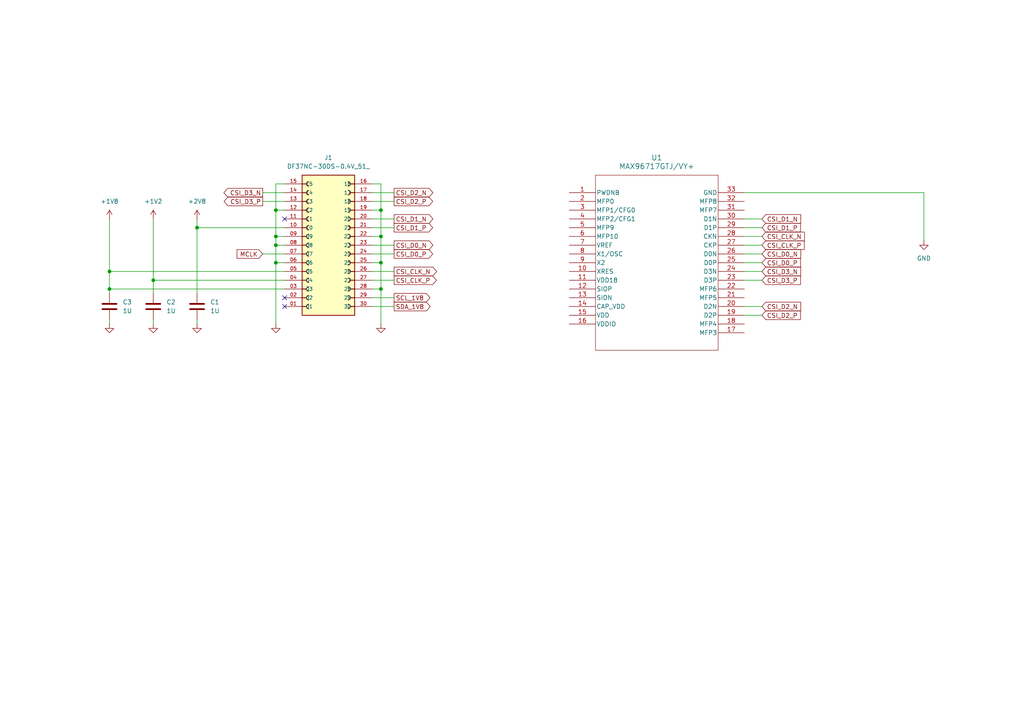
<source format=kicad_sch>
(kicad_sch (version 20231120) (generator "eeschema") (generator_version "8.0")
  (paper "A4")
  (lib_symbols
    (symbol "Device:C" (pin_numbers hide) (pin_names (offset 0.254))
      (property "Reference" "C" (at 0.635 2.54 0))
      (property "Value" "C" (at 0.635 -2.54 0))
      (symbol "C_0_1"
        (polyline (pts (xy -2.032 -0.762) (xy 2.032 -0.762)) (stroke (width 0.508)))
        (polyline (pts (xy -2.032 0.762) (xy 2.032 0.762)) (stroke (width 0.508)))
      )
      (symbol "C_1_1"
        (pin passive line (at 0 3.81 270) (length 2.794) (name "~") (number "1"))
        (pin passive line (at 0 -3.81 90) (length 2.794) (name "~") (number "2"))
      )
    )
    (symbol "power:+1V2" (power) (pin_numbers hide) (pin_names (offset 0) hide)
      (property "Value" "+1V2" (at 0 3.556 0))
      (symbol "+1V2_0_1"
        (polyline (pts (xy -0.762 1.27) (xy 0 2.54)))
        (polyline (pts (xy 0 0) (xy 0 2.54)))
        (polyline (pts (xy 0 2.54) (xy 0.762 1.27)))
      )
      (symbol "+1V2_1_1"
        (pin power_in line (at 0 0 90) (length 0) (name "~") (number "1"))
      )
    )
    (symbol "power:+1V8" (power) (pin_numbers hide) (pin_names (offset 0) hide)
      (property "Value" "+1V8" (at 0 3.556 0))
      (symbol "+1V8_0_1"
        (polyline (pts (xy -0.762 1.27) (xy 0 2.54)))
        (polyline (pts (xy 0 0) (xy 0 2.54)))
        (polyline (pts (xy 0 2.54) (xy 0.762 1.27)))
      )
      (symbol "+1V8_1_1"
        (pin power_in line (at 0 0 90) (length 0) (name "~") (number "1"))
      )
    )
    (symbol "power:+2V8" (power) (pin_numbers hide) (pin_names (offset 0) hide)
      (property "Value" "+2V8" (at 0 3.556 0))
      (symbol "+2V8_0_1"
        (polyline (pts (xy -0.762 1.27) (xy 0 2.54)))
        (polyline (pts (xy 0 0) (xy 0 2.54)))
        (polyline (pts (xy 0 2.54) (xy 0.762 1.27)))
      )
      (symbol "+2V8_1_1"
        (pin power_in line (at 0 0 90) (length 0) (name "~") (number "1"))
      )
    )
    (symbol "power:GND" (power) (pin_numbers hide) (pin_names (offset 0) hide)
      (property "Value" "GND" (at 0 -3.81 0))
      (symbol "GND_0_1"
        (polyline (pts (xy 0 0) (xy 0 -1.27) (xy 1.27 -1.27) (xy 0 -2.54) (xy -1.27 -1.27) (xy 0 -1.27)))
      )
      (symbol "GND_1_1"
        (pin power_in line (at 0 0 270) (length 0) (name "~") (number "1"))
      )
    )
    (symbol "user:DF37NC-30DS-0.4V_51_" (pin_names (offset 1.016))
      (property "Reference" "J" (at -7.62 20.828 0))
      (property "Value" "DF37NC-30DS-0.4V_51_" (at -0.254 -22.86 0))
      (symbol "DF37NC-30DS-0.4V_51__0_0"
        (rectangle (start -7.62 20.32) (end 7.62 -20.32) (stroke (width 0.254)) (fill (type background)))
        (arc (start -5.715 -17.145) (mid -6.3472 -17.78) (end -5.715 -18.415) (stroke (width 0.254)))
        (arc (start -5.715 -14.605) (mid -6.3472 -15.24) (end -5.715 -15.875) (stroke (width 0.254)))
        (arc (start -5.715 -12.065) (mid -6.3472 -12.7) (end -5.715 -13.335) (stroke (width 0.254)))
        (arc (start -5.715 -9.525) (mid -6.3472 -10.16) (end -5.715 -10.795) (stroke (width 0.254)))
        (arc (start -5.715 -6.985) (mid -6.3472 -7.62) (end -5.715 -8.255) (stroke (width 0.254)))
        (arc (start -5.715 -4.445) (mid -6.3472 -5.08) (end -5.715 -5.715) (stroke (width 0.254)))
        (arc (start -5.715 -1.905) (mid -6.3472 -2.54) (end -5.715 -3.175) (stroke (width 0.254)))
        (arc (start -5.715 0.635) (mid -6.3472 0) (end -5.715 -0.635) (stroke (width 0.254)))
        (arc (start -5.715 3.175) (mid -6.3472 2.54) (end -5.715 1.905) (stroke (width 0.254)))
        (arc (start -5.715 5.715) (mid -6.3472 5.08) (end -5.715 4.445) (stroke (width 0.254)))
        (arc (start -5.715 8.255) (mid -6.3472 7.62) (end -5.715 6.985) (stroke (width 0.254)))
        (arc (start -5.715 10.795) (mid -6.3472 10.16) (end -5.715 9.525) (stroke (width 0.254)))
        (arc (start -5.715 13.335) (mid -6.3472 12.7) (end -5.715 12.065) (stroke (width 0.254)))
        (arc (start -5.715 15.875) (mid -6.3472 15.24) (end -5.715 14.605) (stroke (width 0.254)))
        (arc (start -5.715 18.415) (mid -6.3472 17.78) (end -5.715 17.145) (stroke (width 0.254)))
        (polyline (pts (xy -7.62 -17.78) (xy -6.35 -17.78)) (stroke (width 0.254)))
        (polyline (pts (xy -7.62 -15.24) (xy -6.35 -15.24)) (stroke (width 0.254)))
        (polyline (pts (xy -7.62 -12.7) (xy -6.35 -12.7)) (stroke (width 0.254)))
        (polyline (pts (xy -7.62 -10.16) (xy -6.35 -10.16)) (stroke (width 0.254)))
        (polyline (pts (xy -7.62 -7.62) (xy -6.35 -7.62)) (stroke (width 0.254)))
        (polyline (pts (xy -7.62 -5.08) (xy -6.35 -5.08)) (stroke (width 0.254)))
        (polyline (pts (xy -7.62 -2.54) (xy -6.35 -2.54)) (stroke (width 0.254)))
        (polyline (pts (xy -7.62 0) (xy -6.35 0)) (stroke (width 0.254)))
        (polyline (pts (xy -7.62 2.54) (xy -6.35 2.54)) (stroke (width 0.254)))
        (polyline (pts (xy -7.62 5.08) (xy -6.35 5.08)) (stroke (width 0.254)))
        (polyline (pts (xy -7.62 7.62) (xy -6.35 7.62)) (stroke (width 0.254)))
        (polyline (pts (xy -7.62 10.16) (xy -6.35 10.16)) (stroke (width 0.254)))
        (polyline (pts (xy -7.62 12.7) (xy -6.35 12.7)) (stroke (width 0.254)))
        (polyline (pts (xy -7.62 15.24) (xy -6.35 15.24)) (stroke (width 0.254)))
        (polyline (pts (xy -7.62 17.78) (xy -6.35 17.78)) (stroke (width 0.254)))
        (polyline (pts (xy 7.62 -17.78) (xy 6.35 -17.78)) (stroke (width 0.254)))
        (polyline (pts (xy 7.62 -15.24) (xy 6.35 -15.24)) (stroke (width 0.254)))
        (polyline (pts (xy 7.62 -12.7) (xy 6.35 -12.7)) (stroke (width 0.254)))
        (polyline (pts (xy 7.62 -10.16) (xy 6.35 -10.16)) (stroke (width 0.254)))
        (polyline (pts (xy 7.62 -7.62) (xy 6.35 -7.62)) (stroke (width 0.254)))
        (polyline (pts (xy 7.62 -5.08) (xy 6.35 -5.08)) (stroke (width 0.254)))
        (polyline (pts (xy 7.62 -2.54) (xy 6.35 -2.54)) (stroke (width 0.254)))
        (polyline (pts (xy 7.62 0) (xy 6.35 0)) (stroke (width 0.254)))
        (polyline (pts (xy 7.62 2.54) (xy 6.35 2.54)) (stroke (width 0.254)))
        (polyline (pts (xy 7.62 5.08) (xy 6.35 5.08)) (stroke (width 0.254)))
        (polyline (pts (xy 7.62 7.62) (xy 6.35 7.62)) (stroke (width 0.254)))
        (polyline (pts (xy 7.62 10.16) (xy 6.35 10.16)) (stroke (width 0.254)))
        (polyline (pts (xy 7.62 12.7) (xy 6.35 12.7)) (stroke (width 0.254)))
        (polyline (pts (xy 7.62 15.24) (xy 6.35 15.24)) (stroke (width 0.254)))
        (polyline (pts (xy 7.62 17.78) (xy 6.35 17.78)) (stroke (width 0.254)))
        (arc (start 5.715 -18.415) (mid 6.3472 -17.78) (end 5.715 -17.145) (stroke (width 0.254)))
        (arc (start 5.715 -15.875) (mid 6.3472 -15.24) (end 5.715 -14.605) (stroke (width 0.254)))
        (arc (start 5.715 -13.335) (mid 6.3472 -12.7) (end 5.715 -12.065) (stroke (width 0.254)))
        (arc (start 5.715 -10.795) (mid 6.3472 -10.16) (end 5.715 -9.525) (stroke (width 0.254)))
        (arc (start 5.715 -8.255) (mid 6.3472 -7.62) (end 5.715 -6.985) (stroke (width 0.254)))
        (arc (start 5.715 -5.715) (mid 6.3472 -5.08) (end 5.715 -4.445) (stroke (width 0.254)))
        (arc (start 5.715 -3.175) (mid 6.3472 -2.54) (end 5.715 -1.905) (stroke (width 0.254)))
        (arc (start 5.715 -0.635) (mid 6.3472 0) (end 5.715 0.635) (stroke (width 0.254)))
        (arc (start 5.715 1.905) (mid 6.3472 2.54) (end 5.715 3.175) (stroke (width 0.254)))
        (arc (start 5.715 4.445) (mid 6.3472 5.08) (end 5.715 5.715) (stroke (width 0.254)))
        (arc (start 5.715 6.985) (mid 6.3472 7.62) (end 5.715 8.255) (stroke (width 0.254)))
        (arc (start 5.715 9.525) (mid 6.3472 10.16) (end 5.715 10.795) (stroke (width 0.254)))
        (arc (start 5.715 12.065) (mid 6.3472 12.7) (end 5.715 13.335) (stroke (width 0.254)))
        (arc (start 5.715 14.605) (mid 6.3472 15.24) (end 5.715 15.875) (stroke (width 0.254)))
        (arc (start 5.715 17.145) (mid 6.3472 17.78) (end 5.715 18.415) (stroke (width 0.254)))
        (pin passive line (at -12.7 -17.78 0) (length 5.08) (name "01") (number "01"))
        (pin passive line (at -12.7 -15.24 0) (length 5.08) (name "02") (number "02"))
        (pin passive line (at -12.7 -12.7 0) (length 5.08) (name "03") (number "03"))
        (pin passive line (at -12.7 -10.16 0) (length 5.08) (name "04") (number "04"))
        (pin passive line (at -12.7 -7.62 0) (length 5.08) (name "05") (number "05"))
        (pin passive line (at -12.7 -5.08 0) (length 5.08) (name "06") (number "06"))
        (pin passive line (at -12.7 -2.54 0) (length 5.08) (name "07") (number "07"))
        (pin passive line (at -12.7 0 0) (length 5.08) (name "08") (number "08"))
        (pin passive line (at -12.7 5.08 0) (length 5.08) (name "10") (number "10"))
        (pin passive line (at -12.7 7.62 0) (length 5.08) (name "11") (number "11"))
        (pin passive line (at -12.7 10.16 0) (length 5.08) (name "12") (number "12"))
        (pin passive line (at -12.7 12.7 0) (length 5.08) (name "13") (number "13"))
        (pin passive line (at -12.7 15.24 0) (length 5.08) (name "14") (number "14"))
        (pin passive line (at -12.7 17.78 0) (length 5.08) (name "15") (number "15"))
        (pin passive line (at 12.7 17.78 180) (length 5.08) (name "16") (number "16"))
        (pin passive line (at 12.7 15.24 180) (length 5.08) (name "17") (number "17"))
        (pin passive line (at 12.7 12.7 180) (length 5.08) (name "18") (number "18"))
        (pin passive line (at 12.7 10.16 180) (length 5.08) (name "19") (number "19"))
        (pin passive line (at 12.7 7.62 180) (length 5.08) (name "20") (number "20"))
        (pin passive line (at 12.7 5.08 180) (length 5.08) (name "21") (number "21"))
        (pin passive line (at 12.7 2.54 180) (length 5.08) (name "22") (number "22"))
        (pin passive line (at 12.7 0 180) (length 5.08) (name "23") (number "23"))
        (pin passive line (at 12.7 -2.54 180) (length 5.08) (name "24") (number "24"))
        (pin passive line (at 12.7 -5.08 180) (length 5.08) (name "25") (number "25"))
        (pin passive line (at 12.7 -7.62 180) (length 5.08) (name "26") (number "26"))
        (pin passive line (at 12.7 -10.16 180) (length 5.08) (name "27") (number "27"))
        (pin passive line (at 12.7 -12.7 180) (length 5.08) (name "28") (number "28"))
        (pin passive line (at 12.7 -15.24 180) (length 5.08) (name "29") (number "29"))
        (pin passive line (at 12.7 -17.78 180) (length 5.08) (name "30") (number "30"))
      )
      (symbol "DF37NC-30DS-0.4V_51__1_0"
        (pin passive line (at -12.7 2.54 0) (length 5.08) (name "09") (number "09"))
      )
    )
    (symbol "user:MAX96717GTJ_VY+" (pin_names (offset 0.254))
      (property "Reference" "U" (at 25.4 10.16 0))
      (property "Value" "MAX96717GTJ/VY+" (at 25.4 7.62 0))
      (symbol "MAX96717GTJ_VY+_0_1"
        (polyline (pts (xy 7.62 -45.72) (xy 43.18 -45.72)) (stroke (width 0.127)))
        (polyline (pts (xy 7.62 5.08) (xy 7.62 -45.72)) (stroke (width 0.127)))
        (polyline (pts (xy 43.18 -45.72) (xy 43.18 5.08)) (stroke (width 0.127)))
        (polyline (pts (xy 43.18 5.08) (xy 7.62 5.08)) (stroke (width 0.127)))
        (pin input line (at 0 0 0) (length 7.62) (name "PWDNB") (number "1"))
        (pin bidirectional line (at 0 -22.86 0) (length 7.62) (name "XRES") (number "10"))
        (pin power_in line (at 0 -25.4 0) (length 7.62) (name "VDD18") (number "11"))
        (pin bidirectional line (at 0 -27.94 0) (length 7.62) (name "SIOP") (number "12"))
        (pin bidirectional line (at 0 -30.48 0) (length 7.62) (name "SION") (number "13"))
        (pin power_in line (at 0 -33.02 0) (length 7.62) (name "CAP_VDD") (number "14"))
        (pin power_in line (at 0 -35.56 0) (length 7.62) (name "VDD") (number "15"))
        (pin power_in line (at 0 -38.1 0) (length 7.62) (name "VDDIO") (number "16"))
        (pin bidirectional line (at 50.8 -40.64 180) (length 7.62) (name "MFP3") (number "17"))
        (pin bidirectional line (at 50.8 -38.1 180) (length 7.62) (name "MFP4") (number "18"))
        (pin input line (at 50.8 -35.56 180) (length 7.62) (name "D2P") (number "19"))
        (pin bidirectional line (at 0 -2.54 0) (length 7.62) (name "MFP0") (number "2"))
        (pin input line (at 50.8 -33.02 180) (length 7.62) (name "D2N") (number "20"))
        (pin bidirectional line (at 50.8 -30.48 180) (length 7.62) (name "MFP5") (number "21"))
        (pin bidirectional line (at 50.8 -27.94 180) (length 7.62) (name "MFP6") (number "22"))
        (pin input line (at 50.8 -25.4 180) (length 7.62) (name "D3P") (number "23"))
        (pin input line (at 50.8 -22.86 180) (length 7.62) (name "D3N") (number "24"))
        (pin input line (at 50.8 -20.32 180) (length 7.62) (name "D0P") (number "25"))
        (pin input line (at 50.8 -17.78 180) (length 7.62) (name "D0N") (number "26"))
        (pin input line (at 50.8 -15.24 180) (length 7.62) (name "CKP") (number "27"))
        (pin input line (at 50.8 -12.7 180) (length 7.62) (name "CKN") (number "28"))
        (pin input line (at 50.8 -10.16 180) (length 7.62) (name "D1P") (number "29"))
        (pin bidirectional line (at 0 -5.08 0) (length 7.62) (name "MFP1/CFG0") (number "3"))
        (pin input line (at 50.8 -7.62 180) (length 7.62) (name "D1N") (number "30"))
        (pin bidirectional line (at 50.8 -5.08 180) (length 7.62) (name "MFP7") (number "31"))
        (pin bidirectional line (at 50.8 -2.54 180) (length 7.62) (name "MFP8") (number "32"))
        (pin power_out line (at 50.8 0 180) (length 7.62) (name "GND") (number "33"))
        (pin bidirectional line (at 0 -7.62 0) (length 7.62) (name "MFP2/CFG1") (number "4"))
        (pin bidirectional line (at 0 -10.16 0) (length 7.62) (name "MFP9") (number "5"))
        (pin bidirectional line (at 0 -12.7 0) (length 7.62) (name "MFP10") (number "6"))
        (pin power_in line (at 0 -15.24 0) (length 7.62) (name "VREF") (number "7"))
        (pin input line (at 0 -17.78 0) (length 7.62) (name "X1/OSC") (number "8"))
        (pin input line (at 0 -20.32 0) (length 7.62) (name "X2") (number "9"))
      )
    )
  )
  (junction (at 57.15 66.04))
  (junction (at 31.75 78.74))
  (junction (at 110.49 68.58))
  (junction (at 31.75 83.82))
  (junction (at 80.01 76.2))
  (junction (at 110.49 60.96))
  (junction (at 80.01 71.12))
  (junction (at 80.01 68.58))
  (junction (at 44.45 81.28))
  (junction (at 80.01 60.96))
  (junction (at 110.49 76.2))
  (junction (at 110.49 83.82))
  (no_connect (at 82.55 63.5))
  (no_connect (at 82.55 86.36))
  (no_connect (at 82.55 88.9))
  (wire (pts (xy 107.95 88.9) (xy 114.3 88.9)))
  (wire (pts (xy 110.49 76.2) (xy 110.49 83.82)))
  (wire (pts (xy 215.9 88.9) (xy 220.98 88.9)))
  (wire (pts (xy 80.01 71.12) (xy 80.01 76.2)))
  (wire (pts (xy 107.95 76.2) (xy 110.49 76.2)))
  (wire (pts (xy 31.75 83.82) (xy 31.75 85.09)))
  (wire (pts (xy 80.01 60.96) (xy 82.55 60.96)))
  (wire (pts (xy 215.9 76.2) (xy 220.98 76.2)))
  (wire (pts (xy 107.95 71.12) (xy 114.3 71.12)))
  (wire (pts (xy 107.95 66.04) (xy 114.3 66.04)))
  (wire (pts (xy 107.95 83.82) (xy 110.49 83.82)))
  (wire (pts (xy 31.75 78.74) (xy 82.55 78.74)))
  (wire (pts (xy 215.9 78.74) (xy 220.98 78.74)))
  (wire (pts (xy 44.45 63.5) (xy 44.45 81.28)))
  (wire (pts (xy 110.49 83.82) (xy 110.49 93.98)))
  (wire (pts (xy 44.45 81.28) (xy 82.55 81.28)))
  (wire (pts (xy 110.49 68.58) (xy 110.49 76.2)))
  (wire (pts (xy 76.2 58.42) (xy 82.55 58.42)))
  (wire (pts (xy 107.95 63.5) (xy 114.3 63.5)))
  (wire (pts (xy 107.95 55.88) (xy 114.3 55.88)))
  (wire (pts (xy 107.95 58.42) (xy 114.3 58.42)))
  (wire (pts (xy 80.01 76.2) (xy 80.01 93.98)))
  (wire (pts (xy 57.15 66.04) (xy 57.15 85.09)))
  (wire (pts (xy 215.9 71.12) (xy 220.98 71.12)))
  (wire (pts (xy 215.9 63.5) (xy 220.98 63.5)))
  (wire (pts (xy 44.45 81.28) (xy 44.45 85.09)))
  (wire (pts (xy 110.49 53.34) (xy 110.49 60.96)))
  (wire (pts (xy 110.49 60.96) (xy 110.49 68.58)))
  (wire (pts (xy 267.97 55.88) (xy 267.97 69.85)))
  (wire (pts (xy 107.95 78.74) (xy 114.3 78.74)))
  (wire (pts (xy 80.01 60.96) (xy 80.01 68.58)))
  (wire (pts (xy 80.01 68.58) (xy 80.01 71.12)))
  (wire (pts (xy 215.9 73.66) (xy 220.98 73.66)))
  (wire (pts (xy 80.01 53.34) (xy 80.01 60.96)))
  (wire (pts (xy 107.95 73.66) (xy 114.3 73.66)))
  (wire (pts (xy 57.15 66.04) (xy 82.55 66.04)))
  (wire (pts (xy 57.15 93.98) (xy 57.15 92.71)))
  (wire (pts (xy 215.9 68.58) (xy 220.98 68.58)))
  (wire (pts (xy 57.15 63.5) (xy 57.15 66.04)))
  (wire (pts (xy 80.01 76.2) (xy 82.55 76.2)))
  (wire (pts (xy 44.45 93.98) (xy 44.45 92.71)))
  (wire (pts (xy 80.01 53.34) (xy 82.55 53.34)))
  (wire (pts (xy 107.95 68.58) (xy 110.49 68.58)))
  (wire (pts (xy 80.01 71.12) (xy 82.55 71.12)))
  (wire (pts (xy 107.95 53.34) (xy 110.49 53.34)))
  (wire (pts (xy 80.01 68.58) (xy 82.55 68.58)))
  (wire (pts (xy 31.75 83.82) (xy 82.55 83.82)))
  (wire (pts (xy 107.95 60.96) (xy 110.49 60.96)))
  (wire (pts (xy 107.95 86.36) (xy 114.3 86.36)))
  (wire (pts (xy 31.75 93.98) (xy 31.75 92.71)))
  (wire (pts (xy 215.9 81.28) (xy 220.98 81.28)))
  (wire (pts (xy 31.75 63.5) (xy 31.75 78.74)))
  (wire (pts (xy 215.9 55.88) (xy 267.97 55.88)))
  (wire (pts (xy 107.95 81.28) (xy 114.3 81.28)))
  (wire (pts (xy 76.2 55.88) (xy 82.55 55.88)))
  (wire (pts (xy 215.9 66.04) (xy 220.98 66.04)))
  (wire (pts (xy 215.9 91.44) (xy 220.98 91.44)))
  (wire (pts (xy 31.75 83.82) (xy 31.75 78.74)))
  (wire (pts (xy 76.2 73.66) (xy 82.55 73.66)))
  (global_label "CSI_D1_P" (shape input) (at 220.98 66.04 0) (property "Intersheetrefs" "${INTERSHEET_REFS}" (effects (hide yes))))
  (global_label "CSI_D0_P" (shape input) (at 220.98 76.2 0) (property "Intersheetrefs" "${INTERSHEET_REFS}" (effects (hide yes))))
  (global_label "CSI_D3_N" (shape input) (at 220.98 78.74 0) (property "Intersheetrefs" "${INTERSHEET_REFS}" (effects (hide yes))))
  (global_label "CSI_D1_P" (shape output) (at 114.3 66.04 0) (property "Intersheetrefs" "${INTERSHEET_REFS}" (effects (hide yes))))
  (global_label "CSI_D3_P" (shape input) (at 220.98 81.28 0) (property "Intersheetrefs" "${INTERSHEET_REFS}" (effects (hide yes))))
  (global_label "CSI_D0_N" (shape input) (at 220.98 73.66 0) (property "Intersheetrefs" "${INTERSHEET_REFS}" (effects (hide yes))))
  (global_label "CSI_D3_P" (shape output) (at 76.2 58.42 180) (property "Intersheetrefs" "${INTERSHEET_REFS}" (effects (hide yes))))
  (global_label "CSI_D2_N" (shape input) (at 220.98 88.9 0) (property "Intersheetrefs" "${INTERSHEET_REFS}" (effects (hide yes))))
  (global_label "CSI_D2_N" (shape output) (at 114.3 55.88 0) (property "Intersheetrefs" "${INTERSHEET_REFS}" (effects (hide yes))))
  (global_label "SDA_1V8" (shape output) (at 114.3 88.9 0) (property "Intersheetrefs" "${INTERSHEET_REFS}" (effects (hide yes))))
  (global_label "CSI_D3_N" (shape output) (at 76.2 55.88 180) (property "Intersheetrefs" "${INTERSHEET_REFS}" (effects (hide yes))))
  (global_label "CSI_CLK_N" (shape output) (at 114.3 78.74 0) (property "Intersheetrefs" "${INTERSHEET_REFS}" (effects (hide yes))))
  (global_label "MCLK" (shape input) (at 76.2 73.66 180) (property "Intersheetrefs" "${INTERSHEET_REFS}" (effects (hide yes))))
  (global_label "SCL_1V8" (shape output) (at 114.3 86.36 0) (property "Intersheetrefs" "${INTERSHEET_REFS}" (effects (hide yes))))
  (global_label "CSI_D1_N" (shape input) (at 220.98 63.5 0) (property "Intersheetrefs" "${INTERSHEET_REFS}" (effects (hide yes))))
  (global_label "CSI_CLK_P" (shape output) (at 114.3 81.28 0) (property "Intersheetrefs" "${INTERSHEET_REFS}" (effects (hide yes))))
  (global_label "CSI_D2_P" (shape input) (at 220.98 91.44 0) (property "Intersheetrefs" "${INTERSHEET_REFS}" (effects (hide yes))))
  (global_label "CSI_D1_N" (shape output) (at 114.3 63.5 0) (property "Intersheetrefs" "${INTERSHEET_REFS}" (effects (hide yes))))
  (global_label "CSI_D2_P" (shape output) (at 114.3 58.42 0) (property "Intersheetrefs" "${INTERSHEET_REFS}" (effects (hide yes))))
  (global_label "CSI_CLK_P" (shape input) (at 220.98 71.12 0) (property "Intersheetrefs" "${INTERSHEET_REFS}" (effects (hide yes))))
  (global_label "CSI_CLK_N" (shape input) (at 220.98 68.58 0) (property "Intersheetrefs" "${INTERSHEET_REFS}" (effects (hide yes))))
  (global_label "CSI_D0_P" (shape output) (at 114.3 73.66 0) (property "Intersheetrefs" "${INTERSHEET_REFS}" (effects (hide yes))))
  (global_label "CSI_D0_N" (shape output) (at 114.3 71.12 0) (property "Intersheetrefs" "${INTERSHEET_REFS}" (effects (hide yes))))
  (symbol (lib_id "user:MAX96717GTJ_VY+") (at 165.1 55.88 0) (unit 1)
    (property "Reference" "U1" (at 190.5 45.72 0) (effects (font (size 1.524 1.524))))
    (property "Value" "MAX96717GTJ/VY+" (at 190.5 48.26 0) (effects (font (size 1.524 1.524))))
    (property "Footprint" "user:ADI_21-100156_T3255Y-8" (effects (hide yes)))
    (property "Datasheet" "MAX96717GTJ/VY+" (effects (hide yes)))
  )
  (symbol (lib_id "power:GND") (at 44.45 93.98 0) (unit 1)
    (property "Reference" "#PWR05" (effects (hide yes)))
    (property "Value" "GND" (effects (hide yes)))
    (property "Description" "Power symbol creates a global label with name \"GND\" , ground" (effects (hide yes)))
  )
  (symbol (lib_id "power:+1V2") (at 44.45 63.5 0) (unit 1)
    (property "Reference" "#PWR07" (effects (hide yes)))
    (property "Value" "+1V2" (at 44.45 58.42 0))
    (property "Description" "Power symbol creates a global label with name \"+1V2\"" (effects (hide yes)))
  )
  (symbol (lib_id "power:GND") (at 57.15 93.98 0) (unit 1)
    (property "Reference" "#PWR04" (effects (hide yes)))
    (property "Value" "GND" (effects (hide yes)))
    (property "Description" "Power symbol creates a global label with name \"GND\" , ground" (effects (hide yes)))
  )
  (symbol (lib_id "power:+2V8") (at 57.15 63.5 0) (unit 1)
    (property "Reference" "#PWR08" (effects (hide yes)))
    (property "Value" "+2V8" (at 57.15 58.42 0))
    (property "Description" "Power symbol creates a global label with name \"+2V8\"" (effects (hide yes)))
  )
  (symbol (lib_id "power:GND") (at 267.97 69.85 0) (unit 1)
    (property "Reference" "#PWR01" (effects (hide yes)))
    (property "Value" "GND" (at 267.97 74.93 0))
    (property "Description" "Power symbol creates a global label with name \"GND\" , ground" (effects (hide yes)))
  )
  (symbol (lib_id "power:GND") (at 31.75 93.98 0) (unit 1)
    (property "Reference" "#PWR06" (effects (hide yes)))
    (property "Value" "GND" (effects (hide yes)))
    (property "Description" "Power symbol creates a global label with name \"GND\" , ground" (effects (hide yes)))
  )
  (symbol (lib_id "Device:C") (at 44.45 88.9 0) (unit 1)
    (property "Reference" "C2" (at 48.26 87.6299 0) (effects (justify left)))
    (property "Value" "1U" (at 48.26 90.1699 0) (effects (justify left)))
    (property "Footprint" "Capacitor_SMD:C_0402_1005Metric" (effects (hide yes)))
    (property "Description" "Unpolarized capacitor" (effects (hide yes)))
  )
  (symbol (lib_id "power:GND") (at 80.01 93.98 0) (unit 1)
    (property "Reference" "#PWR03" (effects (hide yes)))
    (property "Value" "GND" (effects (hide yes)))
    (property "Description" "Power symbol creates a global label with name \"GND\" , ground" (effects (hide yes)))
  )
  (symbol (lib_id "power:GND") (at 110.49 93.98 0) (unit 1)
    (property "Reference" "#PWR02" (effects (hide yes)))
    (property "Value" "GND" (effects (hide yes)))
    (property "Description" "Power symbol creates a global label with name \"GND\" , ground" (effects (hide yes)))
  )
  (symbol (lib_id "Device:C") (at 31.75 88.9 0) (unit 1)
    (property "Reference" "C3" (at 35.56 87.6299 0) (effects (justify left)))
    (property "Value" "1U" (at 35.56 90.1699 0) (effects (justify left)))
    (property "Footprint" "Capacitor_SMD:C_0402_1005Metric" (effects (hide yes)))
    (property "Description" "Unpolarized capacitor" (effects (hide yes)))
  )
  (symbol (lib_id "user:DF37NC-30DS-0.4V_51_") (at 95.25 71.12 0) (unit 1)
    (property "Reference" "J1" (at 95.25 45.72 0))
    (property "Value" "DF37NC-30DS-0.4V_51_" (at 95.25 48.26 0))
    (property "Footprint" "user:HRS_DF37NC-30DS-0.4V_51_" (effects (hide yes)))
    (property "PARTREV" "11.02.09" (effects (hide yes)))
    (property "STANDARD" "Manufacturer Recommendations" (effects (hide yes)))
    (property "MAXIMUM_PACKAGE_HEIGHT" "1.08mm" (effects (hide yes)))
    (property "MANUFACTURER" "Hirose" (effects (hide yes)))
  )
  (symbol (lib_id "Device:C") (at 57.15 88.9 0) (unit 1)
    (property "Reference" "C1" (at 60.96 87.6299 0) (effects (justify left)))
    (property "Value" "1U" (at 60.96 90.1699 0) (effects (justify left)))
    (property "Footprint" "Capacitor_SMD:C_0402_1005Metric" (effects (hide yes)))
    (property "Description" "Unpolarized capacitor" (effects (hide yes)))
  )
  (symbol (lib_id "power:+1V8") (at 31.75 63.5 0) (unit 1)
    (property "Reference" "#PWR09" (effects (hide yes)))
    (property "Value" "+1V8" (at 31.75 58.42 0))
    (property "Description" "Power symbol creates a global label with name \"+1V8\"" (effects (hide yes)))
  )
)
</source>
